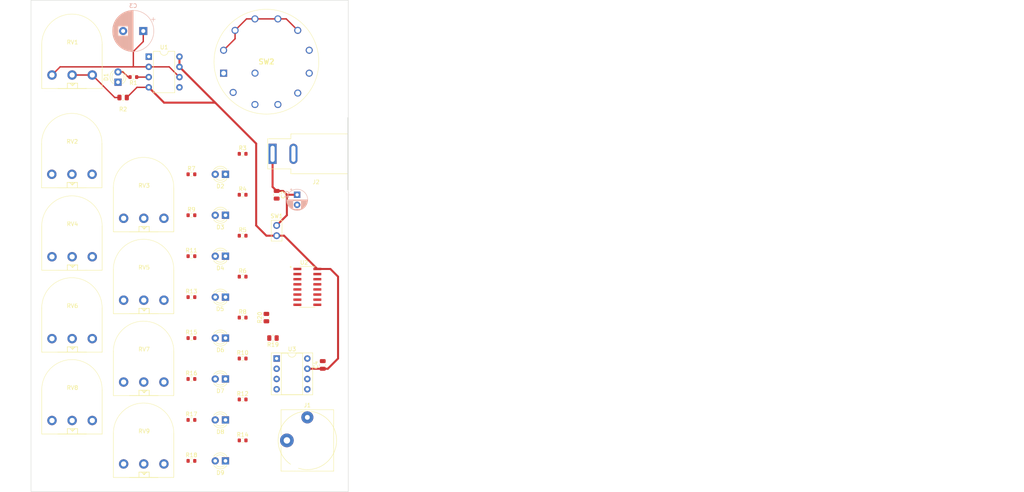
<source format=kicad_pcb>
(kicad_pcb (version 20240108) (generator "pcbnew") (generator_version "8.0")
  (layers (0 "F.Cu" signal) (1 "In1.Cu" power) (2 "In2.Cu" signal) (31 "B.Cu" power) (34 "B.Paste" user) (35 "F.Paste" user) (36 "B.SilkS" user "B.Silkscreen") (37 "F.SilkS" user "F.Silkscreen") (38 "B.Mask" user) (39 "F.Mask" user) (44 "Edge.Cuts" user))
  (net 0 "")
  (net 1 "GND")
  (net 2 "Net-(U1-THR)")
  (net 3 "VCC")
  (net 4 "Net-(D1-A)")
  (net 5 "Net-(D2-A)")
  (net 6 "Net-(D3-A)")
  (net 7 "Net-(D4-A)")
  (net 8 "Net-(D5-A)")
  (net 9 "Net-(D6-A)")
  (net 10 "Net-(D7-A)")
  (net 11 "Net-(D8-A)")
  (net 12 "Net-(D9-A)")
  (net 13 "Net-(J1-PadT)")
  (net 14 "Net-(U1-Q)")
  (net 15 "Net-(R2-Pad2)")
  (net 16 "Net-(R3-Pad1)")
  (net 17 "Net-(U3-+)")
  (net 18 "Net-(R4-Pad1)")
  (net 19 "Net-(R11-Pad1)")
  (net 20 "Net-(R13-Pad1)")
  (net 21 "Net-(R15-Pad1)")
  (net 22 "Net-(R10-Pad1)")
  (net 23 "Net-(R12-Pad1)")
  (net 24 "Net-(R14-Pad1)")
  (net 25 "Net-(U3--)")
  (net 26 "sig_0")
  (net 27 "sig_1")
  (net 28 "sig_2")
  (net 29 "sig_3")
  (net 30 "sig_4")
  (net 31 "sig_5")
  (net 32 "sig_6")
  (net 33 "sig_7")
  (net 34 "Net-(U2-Q8)")
  (net 38 "Net-(U2-Reset)")
  (net 40 "Net-(C1-Pad1)")
  (footprint "LED_THT:LED_D3.0mm" (layer "F.Cu") (at 54.61 48.26 90)
    (property "Reference" "D1" (at 1.27 -2.96 90) (layer "F.SilkS"))
    (property "Value" "LED")
    (pad "1" thru_hole rect (at 0 0 90) (size 1.8 1.8) (drill 0.9) (layers "*.Cu" "*.Mask") (net 1 "GND"))
    (pad "2" thru_hole circle (at 2.54 0 90) (size 1.8 1.8) (drill 0.9) (layers "*.Cu" "*.Mask") (net 4 "Net-(D1-A)"))
  )
  (footprint "Resistor_SMD:R_0603_1608Metric" (layer "F.Cu") (at 85.535 137.16)
    (property "Reference" "R14" (at 0 -1.43 0) (layer "F.SilkS"))
    (property "Value" "100R")
    (pad "1" smd roundrect (at -0.825 0) (size 0.8 0.95) (layers "F.Cu" "F.Paste" "F.Mask") (net 24 "Net-(R14-Pad1)"))
    (pad "2" smd roundrect (at 0.825 0) (size 0.8 0.95) (layers "F.Cu" "F.Paste" "F.Mask") (net 17 "Net-(U3-+)"))
  )
  (footprint "User_added:POTENTIOMETER_BOARDMNT_VERTICAL" (layer "F.Cu") (at 56.007 82.042 -90)
    (property "Reference" "RV3" (at -8.128 -5.08 0) (layer "F.SilkS"))
    (property "Value" "10K")
    (pad "1" thru_hole circle (at 0 0 270) (size 2.34 2.34) (drill 1.3) (layers "*.Cu" "*.Mask") (net 1 "GND"))
    (pad "2" thru_hole circle (at 0 -5 270) (size 2.34 2.34) (drill 1.3) (layers "*.Cu" "*.Mask") (net 18 "Net-(R4-Pad1)"))
    (pad "3" thru_hole circle (at 0 -10 270) (size 2.34 2.34) (drill 1.3) (layers "*.Cu" "*.Mask") (net 27 "sig_1"))
  )
  (footprint "User_added:CD4017BM" (layer "F.Cu") (at 101.6 99.06)
    (property "Reference" "U2" (at -0.795 -6.035 0) (layer "F.SilkS"))
    (property "Value" "4017")
    (pad "1" smd roundrect (at -2.475 -4.445) (size 1.97 0.6) (layers "F.Cu" "F.Paste" "F.Mask") (roundrect_rratio 0.07) (net 31 "sig_5"))
    (pad "2" smd roundrect (at -2.475 -3.175) (size 1.97 0.6) (layers "F.Cu" "F.Paste" "F.Mask") (roundrect_rratio 0.07) (net 27 "sig_1"))
    (pad "3" smd roundrect (at -2.475 -1.905) (size 1.97 0.6) (layers "F.Cu" "F.Paste" "F.Mask") (roundrect_rratio 0.07) (net 26 "sig_0"))
    (pad "4" smd roundrect (at -2.475 -0.635) (size 1.97 0.6) (layers "F.Cu" "F.Paste" "F.Mask") (roundrect_rratio 0.07) (net 28 "sig_2"))
    (pad "5" smd roundrect (at -2.475 0.635) (size 1.97 0.6) (layers "F.Cu" "F.Paste" "F.Mask") (roundrect_rratio 0.07) (net 32 "sig_6"))
    (pad "6" smd roundrect (at -2.475 1.905) (size 1.97 0.6) (layers "F.Cu" "F.Paste" "F.Mask") (roundrect_rratio 0.07) (net 33 "sig_7"))
    (pad "7" smd roundrect (at -2.475 3.175) (size 1.97 0.6) (layers "F.Cu" "F.Paste" "F.Mask") (roundrect_rratio 0.07) (net 29 "sig_3"))
    (pad "8" smd roundrect (at -2.475 4.445) (size 1.97 0.6) (layers "F.Cu" "F.Paste" "F.Mask") (roundrect_rratio 0.07) (net 1 "GND"))
    (pad "9" smd roundrect (at 2.475 4.445) (size 1.97 0.6) (layers "F.Cu" "F.Paste" "F.Mask") (roundrect_rratio 0.07) (net 34 "Net-(U2-Q8)"))
    (pad "10" smd roundrect (at 2.475 3.175) (size 1.97 0.6) (layers "F.Cu" "F.Paste" "F.Mask") (roundrect_rratio 0.07) (net 30 "sig_4"))
    (pad "11" smd roundrect (at 2.475 1.905) (size 1.97 0.6) (layers "F.Cu" "F.Paste" "F.Mask") (roundrect_rratio 0.07))
    (pad "12" smd roundrect (at 2.475 0.635) (size 1.97 0.6) (layers "F.Cu" "F.Paste" "F.Mask") (roundrect_rratio 0.07))
    (pad "13" smd roundrect (at 2.475 -0.635) (size 1.97 0.6) (layers "F.Cu" "F.Paste" "F.Mask") (roundrect_rratio 0.07) (net 1 "GND"))
    (pad "14" smd roundrect (at 2.475 -1.905) (size 1.97 0.6) (layers "F.Cu" "F.Paste" "F.Mask") (roundrect_rratio 0.07) (net 14 "Net-(U1-Q)"))
    (pad "15" smd roundrect (at 2.475 -3.175) (size 1.97 0.6) (layers "F.Cu" "F.Paste" "F.Mask") (roundrect_rratio 0.07) (net 38 "Net-(U2-Reset)"))
    (pad "16" smd roundrect (at 2.475 -4.445) (size 1.97 0.6) (layers "F.Cu" "F.Paste" "F.Mask") (roundrect_rratio 0.07) (net 3 "VCC"))
  )
  (footprint "LED_THT:LED_D3.0mm" (layer "F.Cu") (at 81.28 101.6 180)
    (property "Reference" "D5" (at 1.337782 -2.935502 0) (layer "F.SilkS"))
    (property "Value" "2V, 10mA")
    (pad "1" thru_hole rect (at 0 0 180) (size 1.8 1.8) (drill 0.9) (layers "*.Cu" "*.Mask") (net 1 "GND"))
    (pad "2" thru_hole circle (at 2.54 0 180) (size 1.8 1.8) (drill 0.9) (layers "*.Cu" "*.Mask") (net 8 "Net-(D5-A)"))
  )
  (footprint "Capacitor_SMD:C_0805_2012Metric" (layer "F.Cu") (at 105.42 118.43 90)
    (property "Reference" "C4" (at 0 -1.68 90) (layer "F.SilkS"))
    (property "Value" ".1u")
    (pad "1" smd roundrect (at -0.95 0 90) (size 1 1.45) (layers "F.Cu" "F.Paste" "F.Mask") (net 3 "VCC"))
    (pad "2" smd roundrect (at 0.95 0 90) (size 1 1.45) (layers "F.Cu" "F.Paste" "F.Mask") (net 1 "GND"))
  )
  (footprint "User_added:POTENTIOMETER_BOARDMNT_VERTICAL" (layer "F.Cu") (at 56.007 102.362 -90)
    (property "Reference" "RV5" (at -8.128 -5.08 0) (layer "F.SilkS"))
    (property "Value" "10K")
    (pad "1" thru_hole circle (at 0 0 270) (size 2.34 2.34) (drill 1.3) (layers "*.Cu" "*.Mask") (net 1 "GND"))
    (pad "2" thru_hole circle (at 0 -5 270) (size 2.34 2.34) (drill 1.3) (layers "*.Cu" "*.Mask") (net 20 "Net-(R13-Pad1)"))
    (pad "3" thru_hole circle (at 0 -10 270) (size 2.34 2.34) (drill 1.3) (layers "*.Cu" "*.Mask") (net 29 "sig_3"))
  )
  (footprint "Resistor_SMD:R_0603_1608Metric" (layer "F.Cu") (at 85.535 106.68)
    (property "Reference" "R8" (at 0 -1.43 0) (layer "F.SilkS"))
    (property "Value" "100R")
    (pad "1" smd roundrect (at -0.825 0) (size 0.8 0.95) (layers "F.Cu" "F.Paste" "F.Mask") (net 21 "Net-(R15-Pad1)"))
    (pad "2" smd roundrect (at 0.825 0) (size 0.8 0.95) (layers "F.Cu" "F.Paste" "F.Mask") (net 17 "Net-(U3-+)"))
  )
  (footprint "LED_THT:LED_D3.0mm" (layer "F.Cu") (at 81.28 81.28 180)
    (property "Reference" "D3" (at 1.27 -2.96 0) (layer "F.SilkS"))
    (property "Value" "2V, 10mA")
    (pad "1" thru_hole rect (at 0 0 180) (size 1.8 1.8) (drill 0.9) (layers "*.Cu" "*.Mask") (net 1 "GND"))
    (pad "2" thru_hole circle (at 2.54 0 180) (size 1.8 1.8) (drill 0.9) (layers "*.Cu" "*.Mask") (net 6 "Net-(D3-A)"))
  )
  (footprint "Resistor_SMD:R_0603_1608Metric" (layer "F.Cu") (at 85.535 116.84)
    (property "Reference" "R10" (at 0 -1.43 0) (layer "F.SilkS"))
    (property "Value" "100R")
    (pad "1" smd roundrect (at -0.825 0) (size 0.8 0.95) (layers "F.Cu" "F.Paste" "F.Mask") (net 22 "Net-(R10-Pad1)"))
    (pad "2" smd roundrect (at 0.825 0) (size 0.8 0.95) (layers "F.Cu" "F.Paste" "F.Mask") (net 17 "Net-(U3-+)"))
  )
  (footprint "User_added:POTENTIOMETER_BOARDMNT_VERTICAL" (layer "F.Cu") (at 56.007 143.002 -90)
    (property "Reference" "RV9" (at -8.128 -5.08 0) (layer "F.SilkS"))
    (property "Value" "10K")
    (pad "1" thru_hole circle (at 0 0 270) (size 2.34 2.34) (drill 1.3) (layers "*.Cu" "*.Mask") (net 1 "GND"))
    (pad "2" thru_hole circle (at 0 -5 270) (size 2.34 2.34) (drill 1.3) (layers "*.Cu" "*.Mask") (net 24 "Net-(R14-Pad1)"))
    (pad "3" thru_hole circle (at 0 -10 270) (size 2.34 2.34) (drill 1.3) (layers "*.Cu" "*.Mask") (net 33 "sig_7"))
  )
  (footprint "User_added:POTENTIOMETER_BOARDMNT_VERTICAL" (layer "F.Cu") (at 38.227 46.482 -90)
    (property "Reference" "RV1" (at -8.128 -5.08 0) (layer "F.SilkS"))
    (property "Value" "10K")
    (pad "1" thru_hole circle (at 0 0 270) (size 2.34 2.34) (drill 1.3) (layers "*.Cu" "*.Mask") (net 2 "Net-(U1-THR)"))
    (pad "2" thru_hole circle (at 0 -5 270) (size 2.34 2.34) (drill 1.3) (layers "*.Cu" "*.Mask") (net 15 "Net-(R2-Pad2)"))
    (pad "3" thru_hole circle (at 0 -10 270) (size 2.34 2.34) (drill 1.3) (layers "*.Cu" "*.Mask") (net 15 "Net-(R2-Pad2)"))
  )
  (footprint "User_added:POTENTIOMETER_BOARDMNT_VERTICAL" (layer "F.Cu") (at 56.007 122.682 -90)
    (property "Reference" "RV7" (at -8.128 -5.08 0) (layer "F.SilkS"))
    (property "Value" "10K")
    (pad "1" thru_hole circle (at 0 0 270) (size 2.34 2.34) (drill 1.3) (layers "*.Cu" "*.Mask") (net 1 "GND"))
    (pad "2" thru_hole circle (at 0 -5 270) (size 2.34 2.34) (drill 1.3) (layers "*.Cu" "*.Mask") (net 22 "Net-(R10-Pad1)"))
    (pad "3" thru_hole circle (at 0 -10 270) (size 2.34 2.34) (drill 1.3) (layers "*.Cu" "*.Mask") (net 31 "sig_5"))
  )
  (footprint "Resistor_SMD:R_0603_1608Metric" (layer "F.Cu") (at 72.835 81.28)
    (property "Reference" "R9" (at 0 -1.43 0) (layer "F.SilkS"))
    (property "Value" "1K")
    (pad "1" smd roundrect (at -0.825 0) (size 0.8 0.95) (layers "F.Cu" "F.Paste" "F.Mask") (net 18 "Net-(R4-Pad1)"))
    (pad "2" smd roundrect (at 0.825 0) (size 0.8 0.95) (layers "F.Cu" "F.Paste" "F.Mask") (net 6 "Net-(D3-A)"))
  )
  (footprint "Package_DIP:DIP-8_W7.62mm" (layer "F.Cu") (at 62.24 41.92)
    (property "Reference" "U1" (at 3.81 -2.33 0) (layer "F.SilkS"))
    (property "Value" "NE555P")
    (pad "1" thru_hole rect (at 0 0) (size 1.6 1.6) (drill 0.8) (layers "*.Cu" "*.Mask") (net 1 "GND"))
    (pad "2" thru_hole oval (at 0 2.54) (size 1.6 1.6) (drill 0.8) (layers "*.Cu" "*.Mask") (net 2 "Net-(U1-THR)"))
    (pad "3" thru_hole oval (at 0 5.08) (size 1.6 1.6) (drill 0.8) (layers "*.Cu" "*.Mask") (net 14 "Net-(U1-Q)"))
    (pad "4" thru_hole oval (at 0 7.62) (size 1.6 1.6) (drill 0.8) (layers "*.Cu" "*.Mask") (net 3 "VCC"))
    (pad "5" thru_hole oval (at 7.62 7.62) (size 1.6 1.6) (drill 0.8) (layers "*.Cu" "*.Mask"))
    (pad "6" thru_hole oval (at 7.62 5.08) (size 1.6 1.6) (drill 0.8) (layers "*.Cu" "*.Mask") (net 2 "Net-(U1-THR)"))
    (pad "7" thru_hole oval (at 7.62 2.54) (size 1.6 1.6) (drill 0.8) (layers "*.Cu" "*.Mask") (net 3 "VCC"))
    (pad "8" thru_hole oval (at 7.62 0) (size 1.6 1.6) (drill 0.8) (layers "*.Cu" "*.Mask") (net 3 "VCC"))
  )
  (footprint "LED_THT:LED_D3.0mm" (layer "F.Cu") (at 81.28 111.76 180)
    (property "Reference" "D6" (at 1.27 -2.96 0) (layer "F.SilkS"))
    (property "Value" "2V, 10mA")
    (pad "1" thru_hole rect (at 0 0 180) (size 1.8 1.8) (drill 0.9) (layers "*.Cu" "*.Mask") (net 1 "GND"))
    (pad "2" thru_hole circle (at 2.54 0 180) (size 1.8 1.8) (drill 0.9) (layers "*.Cu" "*.Mask") (net 9 "Net-(D6-A)"))
  )
  (footprint "LED_THT:LED_D3.0mm" (layer "F.Cu") (at 81.28 121.92 180)
    (property "Reference" "D7" (at 1.27 -2.96 0) (layer "F.SilkS"))
    (property "Value" "2V, 10mA")
    (pad "1" thru_hole rect (at 0 0 180) (size 1.8 1.8) (drill 0.9) (layers "*.Cu" "*.Mask") (net 1 "GND"))
    (pad "2" thru_hole circle (at 2.54 0 180) (size 1.8 1.8) (drill 0.9) (layers "*.Cu" "*.Mask") (net 10 "Net-(D7-A)"))
  )
  (footprint "Resistor_SMD:R_0603_1608Metric" (layer "F.Cu") (at 85.535 96.52)
    (property "Reference" "R6" (at 0 -1.43 0) (layer "F.SilkS"))
    (property "Value" "100R")
    (pad "1" smd roundrect (at -0.825 0) (size 0.8 0.95) (layers "F.Cu" "F.Paste" "F.Mask") (net 20 "Net-(R13-Pad1)"))
    (pad "2" smd roundrect (at 0.825 0) (size 0.8 0.95) (layers "F.Cu" "F.Paste" "F.Mask") (net 17 "Net-(U3-+)"))
  )
  (footprint "Resistor_SMD:R_0603_1608Metric" (layer "F.Cu") (at 72.835 111.76)
    (property "Reference" "R15" (at 0 -1.43 0) (layer "F.SilkS"))
    (property "Value" "1K")
    (pad "1" smd roundrect (at -0.825 0) (size 0.8 0.95) (layers "F.Cu" "F.Paste" "F.Mask") (net 21 "Net-(R15-Pad1)"))
    (pad "2" smd roundrect (at 0.825 0) (size 0.8 0.95) (layers "F.Cu" "F.Paste" "F.Mask") (net 9 "Net-(D6-A)"))
  )
  (footprint "Resistor_SMD:R_0603_1608Metric" (layer "F.Cu") (at 72.835 71.12)
    (property "Reference" "R7" (at 0 -1.43 0) (layer "F.SilkS"))
    (property "Value" "1K")
    (pad "1" smd roundrect (at -0.825 0) (size 0.8 0.95) (layers "F.Cu" "F.Paste" "F.Mask") (net 16 "Net-(R3-Pad1)"))
    (pad "2" smd roundrect (at 0.825 0) (size 0.8 0.95) (layers "F.Cu" "F.Paste" "F.Mask") (net 5 "Net-(D2-A)"))
  )
  (footprint "User_added:DIP-8" (layer "F.Cu") (at 93.98 116.84)
    (property "Reference" "U3" (at 3.81 -2.33 0) (layer "F.SilkS"))
    (property "Value" "OP07")
    (pad "1" thru_hole rect (at 0 0) (size 1.6 1.6) (drill 0.8) (layers "*.Cu" "*.Mask") (net 1 "GND"))
    (pad "2" thru_hole oval (at 0 2.54) (size 1.6 1.6) (drill 0.8) (layers "*.Cu" "*.Mask") (net 25 "Net-(U3--)"))
    (pad "3" thru_hole oval (at 0 5.08) (size 1.6 1.6) (drill 0.8) (layers "*.Cu" "*.Mask") (net 17 "Net-(U3-+)"))
    (pad "4" thru_hole oval (at 0 7.62) (size 1.6 1.6) (drill 0.8) (layers "*.Cu" "*.Mask") (net 1 "GND"))
    (pad "5" thru_hole oval (at 7.62 7.62) (size 1.6 1.6) (drill 0.8) (layers "*.Cu" "*.Mask"))
    (pad "6" thru_hole oval (at 7.62 5.08) (size 1.6 1.6) (drill 0.8) (layers "*.Cu" "*.Mask") (net 13 "Net-(J1-PadT)"))
    (pad "7" thru_hole oval (at 7.62 2.54) (size 1.6 1.6) (drill 0.8) (layers "*.Cu" "*.Mask") (net 3 "VCC"))
    (pad "8" thru_hole oval (at 7.62 0) (size 1.6 1.6) (drill 0.8) (layers "*.Cu" "*.Mask") (net 1 "GND"))
  )
  (footprint "Resistor_SMD:R_0805_2012Metric" (layer "F.Cu") (at 93.0675 111.76 180)
    (property "Reference" "R19" (at 0 -1.65 0) (layer "F.SilkS"))
    (property "Value" "470R")
    (pad "1" smd roundrect (at -0.9125 0 180) (size 1.025 1.4) (layers "F.Cu" "F.Paste" "F.Mask") (roundrect_rratio 0.243902) (net 13 "Net-(J1-PadT)"))
    (pad "2" smd roundrect (at 0.9125 0 180) (size 1.025 1.4) (layers "F.Cu" "F.Paste" "F.Mask") (roundrect_rratio 0.243902) (net 25 "Net-(U3--)"))
  )
  (footprint "Resistor_SMD:R_0805_2012Metric" (layer "F.Cu") (at 91.44 106.68 90)
    (property "Reference" "R20" (at 0 -1.65 90) (layer "F.SilkS"))
    (property "Value" "300R")
    (pad "1" smd roundrect (at -0.9125 0 90) (size 1.025 1.4) (layers "F.Cu" "F.Paste" "F.Mask") (roundrect_rratio 0.243902) (net 25 "Net-(U3--)"))
    (pad "2" smd roundrect (at 0.9125 0 90) (size 1.025 1.4) (layers "F.Cu" "F.Paste" "F.Mask") (roundrect_rratio 0.243902) (net 1 "GND"))
  )
  (footprint "User_added:POTENTIOMETER_BOARDMNT_VERTICAL" (layer "F.Cu") (at 38.227 132.224 -90)
    (property "Reference" "RV8" (at -8.128 -5.08 0) (layer "F.SilkS"))
    (property "Value" "10K")
    (pad "1" thru_hole circle (at 0 0 270) (size 2.34 2.34) (drill 1.3) (layers "*.Cu" "*.Mask") (net 1 "GND"))
    (pad "2" thru_hole circle (at 0 -5 270) (size 2.34 2.34) (drill 1.3) (layers "*.Cu" "*.Mask") (net 23 "Net-(R12-Pad1)"))
    (pad "3" thru_hole circle (at 0 -10 270) (size 2.34 2.34) (drill 1.3) (layers "*.Cu" "*.Mask") (net 32 "sig_6"))
  )
  (footprint "User_added:MC00L1NCQD" (layer "F.Cu") (at 91.44 43.18 180)
    (property "Reference" "SW2" (at 0 0 0) (layer "F.SilkS") (effects (font (size 1.27 1.27) (thickness 0.254))))
    (property "Value" "SW_Rotary12" (hide yes))
    (pad "1" thru_hole rect (at 10.625184 -2.847009 180) (size 1.755 1.755) (drill 1.17) (layers "*.Cu" "*.Mask") (net 27 "sig_1"))
    (pad "2" thru_hole circle (at 8.255 -7.62 180) (size 1.75 1.75) (drill 1.17) (layers "*.Cu" "*.Mask") (net 28 "sig_2"))
    (pad "3" thru_hole circle (at 2.847009 -10.625184 180) (size 1.75 1.75) (drill 1.17) (layers "*.Cu" "*.Mask") (net 29 "sig_3"))
    (pad "4" thru_hole circle (at -2.847009 -10.625184 180) (size 1.75 1.75) (drill 1.17) (layers "*.Cu" "*.Mask") (net 30 "sig_4"))
    (pad "5" thru_hole circle (at -7.778175 -7.778175 180) (size 1.755 1.755) (drill 1.17) (layers "*.Cu" "*.Mask") (net 31 "sig_5"))
    (pad "6" thru_hole circle (at -10.625184 -2.847009 180) (size 1.75 1.75) (drill 1.17) (layers "*.Cu" "*.Mask") (net 32 "sig_6"))
    (pad "7" thru_hole circle (at -10.625184 2.847009 180) (size 1.75 1.75) (drill 1.17) (layers "*.Cu" "*.Mask") (net 33 "sig_7"))
    (pad "8" thru_hole circle (at -7.778175 7.778175 180) (size 1.755 1.755) (drill 1.17) (layers "*.Cu" "*.Mask") (net 34 "Net-(U2-Q8)"))
    (pad "9" thru_hole circle (at -2.847009 10.625184 180) (size 1.75 1.75) (drill 1.17) (layers "*.Cu" "*.Mask") (net 34 "Net-(U2-Q8)"))
    (pad "10" thru_hole circle (at 2.847009 10.625184 180) (size 1.75 1.75) (drill 1.17) (layers "*.Cu" "*.Mask") (net 34 "Net-(U2-Q8)"))
    (pad "11" thru_hole circle (at 7.778175 7.778175 180) (size 1.75 1.75) (drill 1.17) (layers "*.Cu" "*.Mask") (net 34 "Net-(U2-Q8)"))
    (pad "12" thru_hole circle (at 10.625184 2.847009 180) (size 1.75 1.75) (drill 1.17) (layers "*.Cu" "*.Mask") (net 34 "Net-(U2-Q8)"))
    (pad "13" thru_hole circle (at 2.828427 -2.828427 180) (size 1.755 1.755) (drill 1.17) (layers "*.Cu" "*.Mask") (net 38 "Net-(U2-Reset)"))
  )
  (footprint "Capacitor_SMD:C_0805_2012Metric" (layer "F.Cu") (at 93.98 76.2 -90)
    (property "Reference" "C2" (at 0 -1.68 90) (layer "F.SilkS"))
    (property "Value" ".1u")
    (pad "1" smd roundrect (at -0.95 0 270) (size 1 1.45) (layers "F.Cu" "F.Paste" "F.Mask") (net 40 "Net-(C1-Pad1)"))
    (pad "2" smd roundrect (at 0.95 0 270) (size 1 1.45) (layers "F.Cu" "F.Paste" "F.Mask") (net 1 "GND"))
  )
  (footprint "Resistor_SMD:R_0603_1608Metric" (layer "F.Cu") (at 85.535 127)
    (property "Reference" "R12" (at 0 -1.43 0) (layer "F.SilkS"))
    (property "Value" "100R")
    (pad "1" smd roundrect (at -0.825 0) (size 0.8 0.95) (layers "F.Cu" "F.Paste" "F.Mask") (net 23 "Net-(R12-Pad1)"))
    (pad "2" smd roundrect (at 0.825 0) (size 0.8 0.95) (layers "F.Cu" "F.Paste" "F.Mask") (net 17 "Net-(U3-+)"))
  )
  (footprint "LED_THT:LED_D3.0mm" (layer "F.Cu") (at 81.28 132.08 180)
    (property "Reference" "D8" (at 1.27 -2.96 0) (layer "F.SilkS"))
    (property "Value" "2V, 10mA")
    (pad "1" thru_hole rect (at 0 0 180) (size 1.8 1.8) (drill 0.9) (layers "*.Cu" "*.Mask") (net 1 "GND"))
    (pad "2" thru_hole circle (at 2.54 0 180) (size 1.8 1.8) (drill 0.9) (layers "*.Cu" "*.Mask") (net 11 "Net-(D8-A)"))
  )
  (footprint "User_added:POTENTIOMETER_BOARDMNT_VERTICAL" (layer "F.Cu") (at 38.227 111.904 -90)
    (property "Reference" "RV6" (at -8.128 -5.08 0) (layer "F.SilkS"))
    (property "Value" "10K")
    (pad "1" thru_hole circle (at 0 0 270) (size 2.34 2.34) (drill 1.3) (layers "*.Cu" "*.Mask") (net 1 "GND"))
    (pad "2" thru_hole circle (at 0 -5 270) (size 2.34 2.34) (drill 1.3) (layers "*.Cu" "*.Mask") (net 21 "Net-(R15-Pad1)"))
    (pad "3" thru_hole circle (at 0 -10 270) (size 2.34 2.34) (drill 1.3) (layers "*.Cu" "*.Mask") (net 30 "sig_4"))
  )
  (footprint "Connector_Audio:Jack_6.35mm_Neutrik_NJ2FD-V_Vertical" (layer "F.Cu") (at 101.6 131.44)
    (property "Reference" "J1" (at 0 -3 0) (layer "F.SilkS"))
    (property "Value" "AudioJack2")
    (pad "" np_thru_hole circle (at -3.18 12.07 180) (size 1.6 1.6) (drill 1.6) (layers "*.Cu" "*.Mask"))
    (pad "" np_thru_hole circle (at 3.81 1.91 180) (size 2.1 2.1) (drill 2.1) (layers "*.Cu" "*.Mask"))
    (pad "S" thru_hole circle (at -5.08 5.72 180) (size 3.4 3.4) (drill 1.6) (layers "*.Cu" "*.Mask") (net 1 "GND"))
    (pad "T" thru_hole circle (at 0 0 180) (size 3 3) (drill 1.2) (layers "*.Cu" "*.Mask") (net 13 "Net-(J1-PadT)"))
  )
  (footprint "User_added:POTENTIOMETER_BOARDMNT_VERTICAL" (layer "F.Cu") (at 38.227 91.584 -90)
    (property "Reference" "RV4" (at -8.128 -5.08 0) (layer "F.SilkS"))
    (property "Value" "10K")
    (pad "1" thru_hole circle (at 0 0 270) (size 2.34 2.34) (drill 1.3) (layers "*.Cu" "*.Mask") (net 1 "GND"))
    (pad "2" thru_hole circle (at 0 -5 270) (size 2.34 2.34) (drill 1.3) (layers "*.Cu" "*.Mask") (net 19 "Net-(R11-Pad1)"))
    (pad "3" thru_hole circle (at 0 -10 270) (size 2.34 2.34) (drill 1.3) (layers "*.Cu" "*.Mask") (net 28 "sig_2"))
  )
  (footprint "Resistor_SMD:R_0603_1608Metric" (layer "F.Cu") (at 72.835 91.44)
    (property "Reference" "R11" (at 0 -1.43 0) (layer "F.SilkS"))
    (property "Value" "1K")
    (pad "1" smd roundrect (at -0.825 0) (size 0.8 0.95) (layers "F.Cu" "F.Paste" "F.Mask") (net 19 "Net-(R11-Pad1)"))
    (pad "2" smd roundrect (at 0.825 0) (size 0.8 0.95) (layers "F.Cu" "F.Paste" "F.Mask") (net 7 "Net-(D4-A)"))
  )
  (footprint "Resistor_SMD:R_0603_1608Metric" (layer "F.Cu") (at 72.835 142.24)
    (property "Reference" "R18" (at 0 -1.43 0) (layer "F.SilkS"))
    (property "Value" "1K")
    (pad "1" smd roundrect (at -0.825 0) (size 0.8 0.95) (layers "F.Cu" "F.Paste" "F.Mask") (net 24 "Net-(R14-Pad1)"))
    (pad "2" smd roundrect (at 0.825 0) (size 0.8 0.95) (layers "F.Cu" "F.Paste" "F.Mask") (net 12 "Net-(D9-A)"))
  )
  (footprint "LED_THT:LED_D3.0mm" (layer "F.Cu") (at 81.28 142.24 180)
    (property "Reference" "D9" (at 1.27 -2.96 0) (layer "F.SilkS"))
    (property "Value" "2V, 10mA")
    (pad "1" thru_hole rect (at 0 0 180) (size 1.8 1.8) (drill 0.9) (layers "*.Cu" "*.Mask") (net 1 "GND"))
    (pad "2" thru_hole circle (at 2.54 0 180) (size 1.8 1.8) (drill 0.9) (layers "*.Cu" "*.Mask") (net 12 "Net-(D9-A)"))
  )
  (footprint "LED_THT:LED_D3.0mm" (layer "F.Cu") (at 81.28 71.12 180)
    (property "Reference" "D2" (at 1.27 -2.96 0) (layer "F.SilkS"))
    (property "Value" "2V, 10mA")
    (pad "1" thru_hole rect (at 0 0 180) (size 1.8 1.8) (drill 0.9) (layers "*.Cu" "*.Mask") (net 1 "GND"))
    (pad "2" thru_hole circle (at 2.54 0 180) (size 1.8 1.8) (drill 0.9) (layers "*.Cu" "*.Mask") (net 5 "Net-(D2-A)"))
  )
  (footprint "Connector_BarrelJack:BarrelJack_SwitchcraftConxall_RAPC10U_Horizontal" (layer "F.Cu") (at 92.97 66.04 180)
    (property "Reference" "J2" (at -10.8 -7 0) (layer "F.SilkS"))
    (property "Value" "Jack-DC")
    (fp_line (start -18.67 -9) (end -18.67 9) (stroke (width 0.12)) (layer "Edge.Cuts"))
    (pad "1" thru_hole rect (at 0 0 180) (size 2.02 5.02) (drill oval 1.02 4.02) (layers "*.Cu" "*.Mask") (net 40 "Net-(C1-Pad1)"))
    (pad "2" thru_hole oval (at -5.18 0 180) (size 2.02 5.02) (drill oval 1.02 4.02) (layers "*.Cu" "*.Mask") (net 1 "GND"))
  )
  (footprint "User_added:PAD_2_std" (layer "F.Cu") (at 93.98 83.82)
    (property "Reference" "SW1" (at 0 -2.33 0) (layer "F.SilkS"))
    (property "Value" "SW_Push")
    (pad "1" thru_hole oval (at 0 0) (size 1.7 1.7) (drill 1) (layers "*.Cu" "*.Mask") (net 40 "Net-(C1-Pad1)"))
    (pad "2" thru_hole oval (at 0 2.54) (size 1.7 1.7) (drill 1) (layers "*.Cu" "*.Mask") (net 3 "VCC"))
  )
  (footprint "Resistor_SMD:R_0603_1608Metric" (layer "F.Cu") (at 85.535 76.2)
    (property "Reference" "R4" (at 0 -1.43 0) (layer "F.SilkS"))
    (property "Value" "100R")
    (pad "1" smd roundrect (at -0.825 0) (size 0.8 0.95) (layers "F.Cu" "F.Paste" "F.Mask") (net 18 "Net-(R4-Pad1)"))
    (pad "2" smd roundrect (at 0.825 0) (size 0.8 0.95) (layers "F.Cu" "F.Paste" "F.Mask") (net 17 "Net-(U3-+)"))
  )
  (footprint "User_added:POTENTIOMETER_BOARDMNT_VERTICAL" (layer "F.Cu") (at 38.18 71.12 -90)
    (property "Reference" "RV2" (at -8.128 -5.08 0) (layer "F.SilkS"))
    (property "Value" "10K")
    (pad "1" thru_hole circle (at 0 0 270) (size 2.34 2.34) (drill 1.3) (layers "*.Cu" "*.Mask") (net 1 "GND"))
    (pad "2" thru_hole circle (at 0 -5 270) (size 2.34 2.34) (drill 1.3) (layers "*.Cu" "*.Mask") (net 16 "Net-(R3-Pad1)"))
    (pad "3" thru_hole circle (at 0 -10 270) (size 2.34 2.34) (drill 1.3) (layers "*.Cu" "*.Mask") (net 26 "sig_0"))
  )
  (footprint "Resistor_SMD:R_0603_1608Metric" (layer "F.Cu") (at 58.42 46.99 180)
    (property "Reference" "R1" (at 0 -1.43 0) (layer "F.SilkS"))
    (property "Value" "1K")
    (pad "1" smd roundrect (at -0.825 0 180) (size 0.8 0.95) (layers "F.Cu" "F.Paste" "F.Mask") (net 14 "Net-(U1-Q)"))
    (pad "2" smd roundrect (at 0.825 0 180) (size 0.8 0.95) (layers "F.Cu" "F.Paste" "F.Mask") (net 4 "Net-(D1-A)"))
  )
  (footprint "LED_THT:LED_D3.0mm" (layer "F.Cu") (at 81.28 91.44 180)
    (property "Reference" "D4" (at 1.27 -2.96 0) (layer "F.SilkS"))
    (property "Value" "2V, 10mA")
    (pad "1" thru_hole rect (at 0 0 180) (size 1.8 1.8) (drill 0.9) (layers "*.Cu" "*.Mask") (net 1 "GND"))
    (pad "2" thru_hole circle (at 2.54 0 180) (size 1.8 1.8) (drill 0.9) (layers "*.Cu" "*.Mask") (net 7 "Net-(D4-A)"))
  )
  (footprint "Resistor_SMD:R_0603_1608Metric" (layer "F.Cu") (at 72.835 101.6)
    (property "Reference" "R13" (at 0 -1.43 0) (layer "F.SilkS"))
    (property "Value" "1K")
    (pad "1" smd roundrect (at -0.825 0) (size 0.8 0.95) (layers "F.Cu" "F.Paste" "F.Mask") (net 20 "Net-(R13-Pad1)"))
    (pad "2" smd roundrect (at 0.825 0) (size 0.8 0.95) (layers "F.Cu" "F.Paste" "F.Mask") (net 8 "Net-(D5-A)"))
  )
  (footprint "Resistor_SMD:R_0603_1608Metric" (layer "F.Cu") (at 72.835 132.08)
    (property "Reference" "R17" (at 0 -1.43 0) (layer "F.SilkS"))
    (property "Value" "1K")
    (pad "1" smd roundrect (at -0.825 0) (size 0.8 0.95) (layers "F.Cu" "F.Paste" "F.Mask") (net 23 "Net-(R12-Pad1)"))
    (pad "2" smd roundrect (at 0.825 0) (size 0.8 0.95) (layers "F.Cu" "F.Paste" "F.Mask") (net 11 "Net-(D8-A)"))
  )
  (footprint "Resistor_SMD:R_0805_2012Metric" (layer "F.Cu") (at 55.88 52.07 180)
    (property "Reference" "R2" (at 0 -2.91 0) (layer "F.SilkS"))
    (property "Value" "47R")
    (pad "1" smd roundrect (at -0.9125 0 180) (size 1.025 1.4) (layers "F.Cu" "F.Paste" "F.Mask") (roundrect_rratio 0.243902) (net 3 "VCC"))
    (pad "2" smd roundrect (at 0.9125 0 180) (size 1.025 1.4) (layers "F.Cu" "F.Paste" "F.Mask") (roundrect_rratio 0.243902) (net 15 "Net-(R2-Pad2)"))
  )
  (footprint "Resistor_SMD:R_0603_1608Metric" (layer "F.Cu") (at 85.535 86.36)
    (property "Reference" "R5" (at 0 -1.43 0) (layer "F.SilkS"))
    (property "Value" "100R")
    (pad "1" smd roundrect (at -0.825 0) (size 0.8 0.95) (layers "F.Cu" "F.Paste" "F.Mask") (net 19 "Net-(R11-Pad1)"))
    (pad "2" smd roundrect (at 0.825 0) (size 0.8 0.95) (layers "F.Cu" "F.Paste" "F.Mask") (net 17 "Net-(U3-+)"))
  )
  (footprint "Resistor_SMD:R_0603_1608Metric" (layer "F.Cu") (at 85.535 66.04)
    (property "Reference" "R3" (at 0 -1.43 0) (layer "F.SilkS"))
    (property "Value" "100R")
    (pad "1" smd roundrect (at -0.825 0) (size 0.8 0.95) (layers "F.Cu" "F.Paste" "F.Mask") (net 16 "Net-(R3-Pad1)"))
    (pad "2" smd roundrect (at 0.825 0) (size 0.8 0.95) (layers "F.Cu" "F.Paste" "F.Mask") (net 17 "Net-(U3-+)"))
  )
  (footprint "Resistor_SMD:R_0603_1608Metric" (layer "F.Cu") (at 72.835 121.92)
    (property "Reference" "R16" (at 0 -1.43 0) (layer "F.SilkS"))
    (property "Value" "1K")
    (pad "1" smd roundrect (at -0.825 0) (size 0.8 0.95) (layers "F.Cu" "F.Paste" "F.Mask") (net 22 "Net-(R10-Pad1)"))
    (pad "2" smd roundrect (at 0.825 0) (size 0.8 0.95) (layers "F.Cu" "F.Paste" "F.Mask") (net 10 "Net-(D7-A)"))
  )
  (footprint "Capacitor_THT:CP_Radial_D5.0mm_P2.50mm" (layer "B.Cu") (at 99.06 76.2 -90)
    (property "Reference" "C1" (at -0.04 2.54 90) (layer "B.SilkS") (effects (justify mirror)))
    (property "Value" "470u")
    (pad "1" thru_hole rect (at 0 0 270) (size 1.6 1.6) (drill 0.8) (layers "*.Cu" "*.Mask") (net 40 "Net-(C1-Pad1)"))
    (pad "2" thru_hole circle (at 2.5 0 270) (size 1.6 1.6) (drill 0.8) (layers "*.Cu" "*.Mask") (net 1 "GND"))
  )
  (footprint "Capacitor_THT:CP_Radial_D10.0mm_P5.00mm" (layer "B.Cu") (at 60.88 35.56 180)
    (property "Reference" "C3" (at 2.5 6.25 0) (layer "B.SilkS") (effects (justify mirror)))
    (property "Value" "680u")
    (pad "1" thru_hole rect (at 0 0 180) (size 2 2) (drill 1) (layers "*.Cu" "*.Mask") (net 2 "Net-(U1-THR)"))
    (pad "2" thru_hole circle (at 5 0 180) (size 2 2) (drill 1) (layers "*.Cu" "*.Mask") (net 1 "GND"))
  )
  (gr_rect (start 33.02 27.94) (end 111.76 149.86) (stroke (width 0.1)) (fill none) (layer "Edge.Cuts"))
  (segment (start 60.88 38.18) (end 60.88 35.56) (width 0.35) (layer "F.Cu") (net 2))
  (segment (start 40.249 44.46) (end 38.227 46.482) (width 0.35) (layer "F.Cu") (net 2))
  (segment (start 58.42 44.46) (end 40.249 44.46) (width 0.35) (layer "F.Cu") (net 2))
  (segment (start 67.32 44.46) (end 62.24 44.46) (width 0.35) (layer "F.Cu") (net 2))
  (segment (start 69.86 47) (end 67.32 44.46) (width 0.35) (layer "F.Cu") (net 2))
  (segment (start 58.42 44.46) (end 58.42 40.64) (width 0.35) (layer "F.Cu") (net 2))
  (segment (start 62.24 44.46) (end 58.42 44.46) (width 0.35) (layer "F.Cu") (net 2))
  (segment (start 58.42 40.64) (end 60.88 38.18) (width 0.35) (layer "F.Cu") (net 2))
  (segment (start 69.86 44.46) (end 69.86 41.92) (width 0.5) (layer "F.Cu") (net 3))
  (segment (start 88.9 83.82) (end 91.44 86.36) (width 0.5) (layer "F.Cu") (net 3))
  (segment (start 107.315 94.615) (end 109.22 96.52) (width 0.5) (layer "F.Cu") (net 3))
  (segment (start 59.3225 49.54) (end 62.24 49.54) (width 0.35) (layer "F.Cu") (net 3))
  (segment (start 104.075 94.615) (end 107.315 94.615) (width 0.5) (layer "F.Cu") (net 3))
  (segment (start 109.22 96.52) (end 109.22 116.84) (width 0.5) (layer "F.Cu") (net 3))
  (segment (start 93.98 86.36) (end 95.82 86.36) (width 0.5) (layer "F.Cu") (net 3))
  (segment (start 91.44 86.36) (end 93.98 86.36) (width 0.5) (layer "F.Cu") (net 3))
  (segment (start 105.42 119.38) (end 101.6 119.38) (width 0.5) (layer "F.Cu") (net 3))
  (segment (start 66.04 53.34) (end 62.24 49.54) (width 0.5) (layer "F.Cu") (net 3))
  (segment (start 95.82 86.36) (end 104.075 94.615) (width 0.5) (layer "F.Cu") (net 3))
  (segment (start 78.74 53.34) (end 88.9 63.5) (width 0.5) (layer "F.Cu") (net 3))
  (segment (start 109.22 116.84) (end 106.68 119.38) (width 0.5) (layer "F.Cu") (net 3))
  (segment (start 88.9 63.5) (end 88.9 83.82) (width 0.5) (layer "F.Cu") (net 3))
  (segment (start 106.68 119.38) (end 105.42 119.38) (width 0.5) (layer "F.Cu") (net 3))
  (segment (start 56.7925 52.07) (end 59.3225 49.54) (width 0.35) (layer "F.Cu") (net 3))
  (segment (start 78.74 53.34) (end 66.04 53.34) (width 0.5) (layer "F.Cu") (net 3))
  (segment (start 69.86 44.46) (end 78.74 53.34) (width 0.5) (layer "F.Cu") (net 3))
  (segment (start 57.595 46.99) (end 57.15 46.99) (width 0.35) (layer "F.Cu") (net 4))
  (segment (start 55.88 45.72) (end 54.61 45.72) (width 0.35) (layer "F.Cu") (net 4))
  (segment (start 57.15 46.99) (end 55.88 45.72) (width 0.35) (layer "F.Cu") (net 4))
  (segment (start 59.255 47) (end 59.245 46.99) (width 0.35) (layer "F.Cu") (net 14))
  (segment (start 62.24 47) (end 59.255 47) (width 0.35) (layer "F.Cu") (net 14))
  (segment (start 43.227 46.482) (end 48.227 46.482) (width 0.35) (layer "F.Cu") (net 15))
  (segment (start 53.815 52.07) (end 48.227 46.482) (width 0.35) (layer "F.Cu") (net 15))
  (segment (start 54.9675 52.07) (end 53.815 52.07) (width 0.35) (layer "F.Cu") (net 15))
  (segment (start 88.592991 32.554816) (end 86.508834 32.554816) (width 0.35) (layer "F.Cu") (net 34))
  (segment (start 86.508834 32.554816) (end 83.661825 35.401825) (width 0.35) (layer "F.Cu") (net 34))
  (segment (start 83.661825 35.401825) (end 83.661825 37.485982) (width 0.35) (layer "F.Cu") (net 34))
  (segment (start 88.592991 32.554816) (end 94.287009 32.554816) (width 0.35) (layer "F.Cu") (net 34))
  (segment (start 99.218175 35.401825) (end 96.371166 32.554816) (width 0.35) (layer "F.Cu") (net 34))
  (segment (start 96.371166 32.554816) (end 94.287009 32.554816) (width 0.35) (layer "F.Cu") (net 34))
  (segment (start 83.661825 37.485982) (end 80.814816 40.332991) (width 0.35) (layer "F.Cu") (net 34))
  (segment (start 96.52 76.2) (end 99.06 76.2) (width 0.5) (layer "F.Cu") (net 40))
  (segment (start 93.98 83.82) (end 96.52 81.28) (width 0.5) (layer "F.Cu") (net 40))
  (segment (start 96.52 76.2) (end 96.52 81.28) (width 0.5) (layer "F.Cu") (net 40))
  (segment (start 92.97 66.04) (end 92.97 74.24) (width 0.5) (layer "F.Cu") (net 40))
  (segment (start 95.57 75.25) (end 96.52 76.2) (width 0.5) (layer "F.Cu") (net 40))
  (segment (start 92.97 74.24) (end 93.98 75.25) (width 0.5) (layer "F.Cu") (net 40))
  (segment (start 93.98 75.25) (end 95.57 75.25) (width 0.5) (layer "F.Cu") (net 40))
)
</source>
